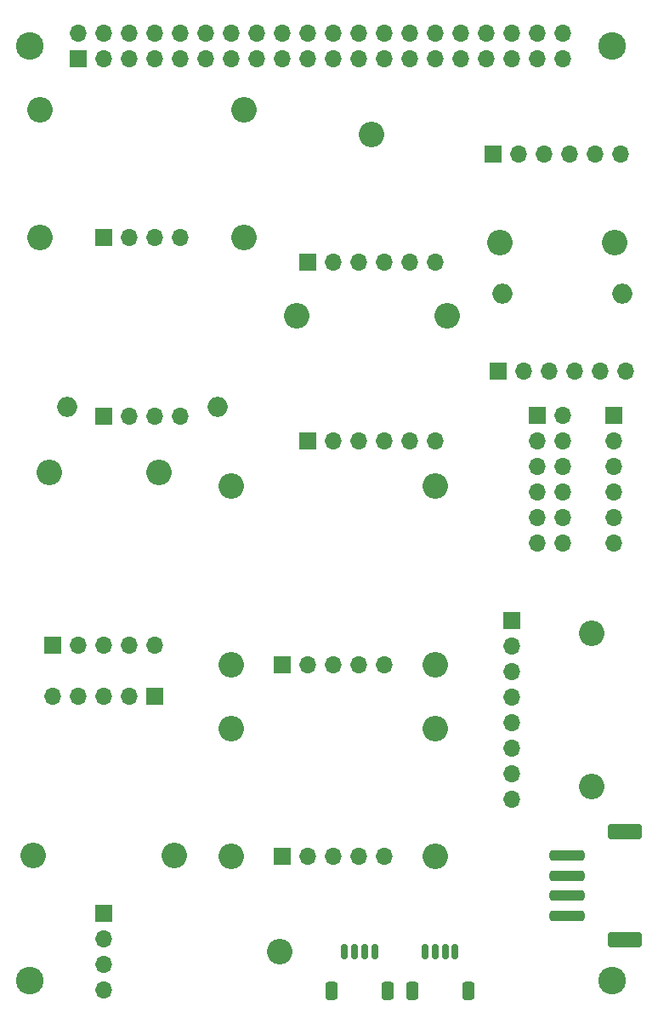
<source format=gbr>
%TF.GenerationSoftware,KiCad,Pcbnew,7.0.5-7.0.5~ubuntu22.04.1*%
%TF.CreationDate,2023-07-02T20:15:11+01:00*%
%TF.ProjectId,sensorboard-v4-base-station,73656e73-6f72-4626-9f61-72642d76342d,rev?*%
%TF.SameCoordinates,Original*%
%TF.FileFunction,Soldermask,Top*%
%TF.FilePolarity,Negative*%
%FSLAX46Y46*%
G04 Gerber Fmt 4.6, Leading zero omitted, Abs format (unit mm)*
G04 Created by KiCad (PCBNEW 7.0.5-7.0.5~ubuntu22.04.1) date 2023-07-02 20:15:11*
%MOMM*%
%LPD*%
G01*
G04 APERTURE LIST*
G04 Aperture macros list*
%AMRoundRect*
0 Rectangle with rounded corners*
0 $1 Rounding radius*
0 $2 $3 $4 $5 $6 $7 $8 $9 X,Y pos of 4 corners*
0 Add a 4 corners polygon primitive as box body*
4,1,4,$2,$3,$4,$5,$6,$7,$8,$9,$2,$3,0*
0 Add four circle primitives for the rounded corners*
1,1,$1+$1,$2,$3*
1,1,$1+$1,$4,$5*
1,1,$1+$1,$6,$7*
1,1,$1+$1,$8,$9*
0 Add four rect primitives between the rounded corners*
20,1,$1+$1,$2,$3,$4,$5,0*
20,1,$1+$1,$4,$5,$6,$7,0*
20,1,$1+$1,$6,$7,$8,$9,0*
20,1,$1+$1,$8,$9,$2,$3,0*%
G04 Aperture macros list end*
%ADD10O,2.540000X2.540000*%
%ADD11R,1.700000X1.700000*%
%ADD12O,1.700000X1.700000*%
%ADD13C,2.750000*%
%ADD14RoundRect,0.250001X1.449999X-0.499999X1.449999X0.499999X-1.449999X0.499999X-1.449999X-0.499999X0*%
%ADD15RoundRect,0.250000X1.500000X-0.250000X1.500000X0.250000X-1.500000X0.250000X-1.500000X-0.250000X0*%
%ADD16RoundRect,0.250000X-0.350000X-0.650000X0.350000X-0.650000X0.350000X0.650000X-0.350000X0.650000X0*%
%ADD17RoundRect,0.150000X-0.150000X-0.625000X0.150000X-0.625000X0.150000X0.625000X-0.150000X0.625000X0*%
%ADD18O,2.000000X2.000000*%
G04 APERTURE END LIST*
D10*
%TO.C,SCD40#2*%
X20050000Y5100002D03*
D11*
X2540000Y8910002D03*
D12*
X2540000Y6370002D03*
X2540000Y3830002D03*
X2540000Y1290002D03*
%TD*%
D13*
%TO.C,MH1*%
X-4870000Y95250002D03*
%TD*%
D10*
%TO.C,SCD40#1*%
X15240000Y33675002D03*
X35560000Y33675002D03*
X15240000Y51455002D03*
X35560000Y51455002D03*
D11*
X20320000Y33675002D03*
D12*
X22860000Y33675002D03*
X25400000Y33675002D03*
X27940000Y33675002D03*
X30480000Y33675002D03*
%TD*%
D14*
%TO.C,StGr1*%
X54451860Y6350000D03*
D15*
X48701860Y8700000D03*
D14*
X54451860Y17050000D03*
D15*
X48701860Y14700000D03*
X48701860Y12700000D03*
X48701860Y10700000D03*
%TD*%
D11*
%TO.C,J1*%
X53340000Y58440002D03*
D12*
X53340000Y55900002D03*
X53340000Y53360002D03*
X53340000Y50820002D03*
X53340000Y48280002D03*
X53340000Y45740002D03*
%TD*%
D16*
%TO.C,StQTQw1*%
X25218320Y1265646D03*
D17*
X26518320Y5140646D03*
D16*
X30818320Y1265646D03*
D17*
X29518320Y5140646D03*
X28518320Y5140646D03*
X27518320Y5140646D03*
%TD*%
D10*
%TO.C,LTR-559#1*%
X9590000Y14700002D03*
X-4510000Y14700002D03*
D11*
X7620000Y30500002D03*
D12*
X-2540000Y30500002D03*
X0Y30500002D03*
X2540000Y30500002D03*
X5080000Y30500002D03*
%TD*%
D10*
%TO.C,MCP9808#1*%
X51114000Y36770000D03*
X51114000Y21590000D03*
D12*
X43180000Y25400000D03*
X43180000Y22860000D03*
X43180000Y20320000D03*
X43180000Y27940000D03*
X43180000Y35560000D03*
X43180000Y33020000D03*
X43180000Y30480000D03*
D11*
X43180000Y38100000D03*
%TD*%
D10*
%TO.C,PM_breakout1*%
X29210000Y86380002D03*
D11*
X22860000Y73680002D03*
D12*
X25400000Y73680002D03*
X27940000Y73680002D03*
X30480000Y73680002D03*
X33020000Y73680002D03*
X35560000Y73680002D03*
%TD*%
D10*
%TO.C,MIC1-left1*%
X53400000Y75625000D03*
X41970000Y75625000D03*
D11*
X41275000Y84455000D03*
D12*
X43815000Y84455000D03*
X46355000Y84455000D03*
X48895000Y84455000D03*
X51435000Y84455000D03*
X53975000Y84455000D03*
%TD*%
D10*
%TO.C,AHT20#1*%
X-3810000Y76200000D03*
X16510000Y76200000D03*
X-3810000Y88900000D03*
X16510000Y88900000D03*
D12*
X5080000Y76200000D03*
X7620000Y76200000D03*
X10160000Y76200000D03*
D11*
X2540000Y76200000D03*
%TD*%
D13*
%TO.C,MH3*%
X53130000Y2250002D03*
%TD*%
D16*
%TO.C,StQTQw2*%
X33218320Y1265646D03*
D17*
X34518320Y5140646D03*
D16*
X38818320Y1265646D03*
D17*
X37518320Y5140646D03*
X36518320Y5140646D03*
X35518320Y5140646D03*
%TD*%
D10*
%TO.C,SHT45#1*%
X15239180Y14605000D03*
X35559180Y14605000D03*
X15239180Y27305000D03*
X35559180Y27305000D03*
D12*
X22859180Y14605000D03*
X25399180Y14605000D03*
X27939180Y14605000D03*
X30479180Y14605000D03*
D11*
X20319180Y14605000D03*
%TD*%
%TO.C,J2*%
X45720000Y58440002D03*
D12*
X48260000Y58440002D03*
X45720000Y55900002D03*
X48260000Y55900002D03*
X45720000Y53360002D03*
X48260000Y53360002D03*
X45720000Y50820002D03*
X48260000Y50820002D03*
X45720000Y48280002D03*
X48260000Y48280002D03*
X45720000Y45740002D03*
X48260000Y45740002D03*
%TD*%
D13*
%TO.C,MH2*%
X-4870000Y2250002D03*
%TD*%
%TO.C,MH4*%
X53130000Y95250002D03*
%TD*%
D18*
%TO.C,ENS160#1*%
X-1150820Y59290000D03*
X13849180Y59290000D03*
D12*
X5079180Y58420000D03*
X7619180Y58420000D03*
X10159180Y58420000D03*
D11*
X2539180Y58420000D03*
%TD*%
D10*
%TO.C,bh1750#1*%
X-2910000Y52767102D03*
X7990000Y52767102D03*
D12*
X7620000Y35580002D03*
X0Y35580002D03*
X2540000Y35580002D03*
X5080000Y35580002D03*
D11*
X-2540000Y35580002D03*
%TD*%
D18*
%TO.C,Mic2-right1*%
X42200000Y70555002D03*
X54200000Y70555002D03*
D11*
X41850000Y62905002D03*
D12*
X44390000Y62905002D03*
X46930000Y62905002D03*
X49470000Y62905002D03*
X52010000Y62905002D03*
X54550000Y62905002D03*
%TD*%
D10*
%TO.C,SHT31#1*%
X21710000Y68350002D03*
X36710000Y68350002D03*
D12*
X25400000Y55900002D03*
X33020000Y55900002D03*
X35560000Y55900002D03*
X27940000Y55900002D03*
X30480000Y55900002D03*
D11*
X22860000Y55900002D03*
%TD*%
%TO.C,RaspberryPiGPIO1*%
X0Y93980000D03*
D12*
X0Y96520000D03*
X2540000Y93980000D03*
X2540000Y96520000D03*
X5080000Y93980000D03*
X5080000Y96520000D03*
X7620000Y93980000D03*
X7620000Y96520000D03*
X10160000Y93980000D03*
X10160000Y96520000D03*
X12700000Y93980000D03*
X12700000Y96520000D03*
X15240000Y93980000D03*
X15240000Y96520000D03*
X17780000Y93980000D03*
X17780000Y96520000D03*
X20320000Y93980000D03*
X20320000Y96520000D03*
X22860000Y93980000D03*
X22860000Y96520000D03*
X25400000Y93980000D03*
X25400000Y96520000D03*
X27940000Y93980000D03*
X27940000Y96520000D03*
X30480000Y93980000D03*
X30480000Y96520000D03*
X33020000Y93980000D03*
X33020000Y96520000D03*
X35560000Y93980000D03*
X35560000Y96520000D03*
X38100000Y93980000D03*
X38100000Y96520000D03*
X40640000Y93980000D03*
X40640000Y96520000D03*
X43180000Y93980000D03*
X43180000Y96520000D03*
X45720000Y93980000D03*
X45720000Y96520000D03*
X48260000Y93980000D03*
X48260000Y96520000D03*
%TD*%
M02*

</source>
